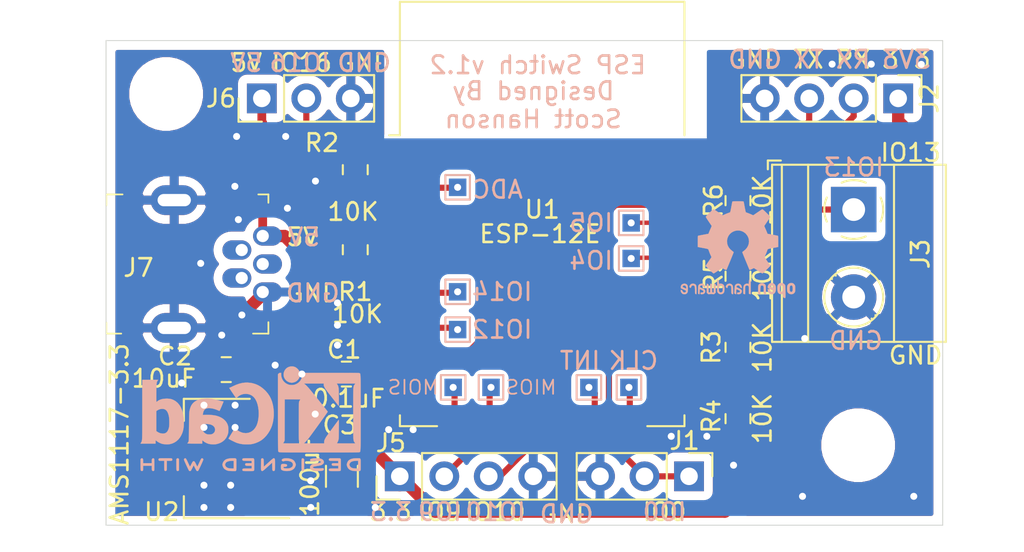
<source format=kicad_pcb>
(kicad_pcb (version 20171130) (host pcbnew "(5.1.5)-3")
  (title_block (title "ESP Switch") (date 2020-06-10) (rev v1.2))
  (layers (0 F.Cu signal) (31 B.Cu signal) (34 B.Paste user) (35 F.Paste user) (36 B.SilkS user) (37 F.SilkS user) (38 B.Mask user) (39 F.Mask user) (44 Edge.Cuts user))
  (net 0 "")
  (net 1 GND)
  (net 2 +3V3)
  (net 3 +5V)
  (net 4 /GPIO13)
  (net 5 /GPIO10)
  (net 6 /ADC)
  (net 7 /EN)
  (net 8 /RST)
  (net 9 /GPIO2)
  (net 10 /GPIO15)
  (net 11 /GPIO0)
  (net 12 "Net-(J7-Pad3)")
  (net 13 "Net-(J7-Pad4)")
  (net 14 "Net-(J7-Pad2)")
  (net 15 /GPIO16)
  (net 16 "Net-(TP2-Pad1)")
  (net 17 "Net-(TP3-Pad1)")
  (net 18 "Net-(TP4-Pad1)")
  (net 19 "Net-(TP5-Pad1)")
  (net 20 "Net-(TP6-Pad1)")
  (net 21 "Net-(TP7-Pad1)")
  (net 22 "Net-(TP8-Pad1)")
  (net 23 "Net-(TP9-Pad1)")
  (net 24 /GPIO9)
  (net 25 TXD)
  (net 26 RXD)
  (module digikey-footprints:USB_Mini_B_Female_548190519 (layer F.Cu) (at 88.1888 90.4875)
    (fp_text reference J7 (at -7.0888 0.2125) (layer F.SilkS))
    (fp_text value 0548190519)
    (pad SH thru_hole oval (at -5.05 3.65) (size 2.7 1.7) (drill oval 1.9 0.7) (layers *.Cu *.Mask) (net 1 GND))
    (pad SH thru_hole oval (at -5.05 -3.65) (size 2.7 1.7) (drill oval 1.9 0.7) (layers *.Cu *.Mask) (net 1 GND))
    (pad 2 thru_hole oval (at -1.2 0.8) (size 1.65 1.1) (drill 0.7 (offset -0.275 0)) (layers *.Cu *.Mask) (net 14 "Net-(J7-Pad2)"))
    (pad 4 thru_hole oval (at -1.2 -0.8) (size 1.65 1.1) (drill 0.7 (offset -0.275 0)) (layers *.Cu *.Mask) (net 13 "Net-(J7-Pad4)"))
    (pad 1 thru_hole oval (at 0 1.6) (size 1.65 1.1) (drill 0.7 (offset 0.275 0)) (layers *.Cu *.Mask) (net 1 GND))
    (pad 5 thru_hole oval (at 0 -1.6) (size 1.65 1.1) (drill 0.7 (offset 0.275 0)) (layers *.Cu *.Mask) (net 3 +5V))
    (pad 3 thru_hole oval (at 0 0) (size 1.65 1.1) (drill 0.7 (offset 0.275 0)) (layers *.Cu *.Mask) (net 12 "Net-(J7-Pad3)"))
  )
  (module Symbol:KiCad-Logo2_5mm_SilkScreen (layer B.Cu) (at 87.503 99.314 180)
    (fp_text reference REF** hide)
    (fp_text value KiCad-Logo2_5mm_SilkScreen hide)
  )
  (module ESP_SwitchPoint:ESP_SwitchPoint_Pad_1.0x1.0mm (layer B.Cu) (at 99.314 92.075)
    (fp_text reference TP9)
    (fp_text value ESP_SwitchPoint hide)
    (pad 1 smd rect (at 0 0) (size 1 1) (layers B.Cu B.Mask) (net 23 "Net-(TP9-Pad1)"))
  )
  (module ESP_SwitchPoint:ESP_SwitchPoint_Pad_1.0x1.0mm (layer B.Cu) (at 99.314 94.234)
    (fp_text reference TP8)
    (fp_text value ESP_SwitchPoint hide)
    (pad 1 smd rect (at 0 0) (size 1 1) (layers B.Cu B.Mask) (net 22 "Net-(TP8-Pad1)"))
  )
  (module ESP_SwitchPoint:ESP_SwitchPoint_Pad_1.0x1.0mm (layer B.Cu) (at 109.22 88.138)
    (fp_text reference TP7)
    (fp_text value ESP_SwitchPoint hide)
    (pad 1 smd rect (at 0 0) (size 1 1) (layers B.Cu B.Mask) (net 21 "Net-(TP7-Pad1)"))
  )
  (module ESP_SwitchPoint:ESP_SwitchPoint_Pad_1.0x1.0mm (layer B.Cu) (at 109.22 90.17)
    (fp_text reference TP6)
    (fp_text value ESP_SwitchPoint hide)
    (pad 1 smd rect (at 0 0) (size 1 1) (layers B.Cu B.Mask) (net 20 "Net-(TP6-Pad1)"))
  )
  (module ESP_SwitchPoint:ESP_SwitchPoint_Pad_1.0x1.0mm (layer B.Cu) (at 109.093 97.536)
    (fp_text reference TP5)
    (fp_text value ESP_SwitchPoint hide)
    (pad 1 smd rect (at 0 0) (size 1 1) (layers B.Cu B.Mask) (net 19 "Net-(TP5-Pad1)"))
  )
  (module ESP_SwitchPoint:ESP_SwitchPoint_Pad_1.0x1.0mm (layer B.Cu) (at 106.807 97.536)
    (fp_text reference TP4)
    (fp_text value ESP_SwitchPoint hide)
    (pad 1 smd rect (at 0 0) (size 1 1) (layers B.Cu B.Mask) (net 18 "Net-(TP4-Pad1)"))
  )
  (module ESP_SwitchPoint:ESP_SwitchPoint_Pad_1.0x1.0mm (layer B.Cu) (at 101.219 97.536)
    (fp_text reference TP3)
    (fp_text value ESP_SwitchPoint hide)
    (pad 1 smd rect (at 0 0) (size 1 1) (layers B.Cu B.Mask) (net 17 "Net-(TP3-Pad1)"))
  )
  (module ESP_SwitchPoint:ESP_SwitchPoint_Pad_1.0x1.0mm (layer B.Cu) (at 99.06 97.536)
    (fp_text reference TP2)
    (fp_text value ESP_SwitchPoint hide)
    (pad 1 smd rect (at 0 0) (size 1 1) (layers B.Cu B.Mask) (net 16 "Net-(TP2-Pad1)"))
  )
  (module ESP_SwitchPoint:ESP_SwitchPoint_Pad_1.0x1.0mm (layer B.Cu) (at 99.314 86.106)
    (fp_text reference TP1)
    (fp_text value ESP_SwitchPoint hide)
    (pad 1 smd rect (at 0 0) (size 1 1) (layers B.Cu B.Mask) (net 6 /ADC))
  )
  (module Connector_PinHeader_2.54mm:PinHeader_1x03_P2.54mm_Vertical (layer F.Cu) (at 88.138 81.026 90)
    (fp_text reference J6 (at 0 -2.33 180) (layer F.SilkS))
    (fp_text value EXP2)
    (pad 3 thru_hole oval (at 0 5.08 90) (size 1.7 1.7) (drill 1) (layers *.Cu *.Mask) (net 1 GND))
    (pad 2 thru_hole oval (at 0 2.54 90) (size 1.7 1.7) (drill 1) (layers *.Cu *.Mask) (net 15 /GPIO16))
    (pad 1 thru_hole rect (at 0 0 90) (size 1.7 1.7) (drill 1) (layers *.Cu *.Mask) (net 3 +5V))
  )
  (module MountingHole:MountingHole_3.2mm_M3 (layer F.Cu) (at 122.174 100.838)
    (fp_text reference REF**)
    (fp_text value MountingHole_3.2mm_M3)
    (pad 1 np_thru_hole circle (at 0 0) (size 3.2 3.2) (drill 3.2) (layers *.Cu *.Mask))
  )
  (module Capacitor_SMD:C_1206_3216Metric_Pad1.42x1.75mm_HandSolder (layer F.Cu) (at 92.71 102.616 270)
    (fp_text reference C3 (at -2.921 0.127) (layer F.SilkS))
    (fp_text value 100uF (at 0 1.82 90) (layer F.SilkS))
    (pad 2 smd roundrect (at 1.4875 0 270) (size 1.425 1.75) (layers F.Cu F.Paste F.Mask) (roundrect_rratio 0.175439) (net 1 GND))
    (pad 1 smd roundrect (at -1.4875 0 270) (size 1.425 1.75) (layers F.Cu F.Paste F.Mask) (roundrect_rratio 0.175439) (net 2 +3V3))
  )
  (module Symbol:OSHW-Logo2_7.3x6mm_SilkScreen (layer B.Cu) (at 115.316 89.662 180)
    (fp_text reference REF** hide)
    (fp_text value OSHW-Logo2_7.3x6mm_SilkScreen hide)
  )
  (module MountingHole:MountingHole_3.2mm_M3 (layer F.Cu) (at 82.677 80.772)
    (fp_text reference REF**)
    (fp_text value MountingHole_3.2mm_M3)
    (pad 1 np_thru_hole circle (at 0 0) (size 3.2 3.2) (drill 3.2) (layers *.Cu *.Mask))
  )
  (module Connector_PinHeader_2.54mm:PinHeader_1x04_P2.54mm_Vertical (layer F.Cu) (at 96.012 102.616 90)
    (fp_text reference J5 (at 1.905 -0.508) (layer F.SilkS))
    (fp_text value Expansion)
    (pad 1 thru_hole rect (at 0 0 90) (size 1.7 1.7) (drill 1) (layers *.Cu *.Mask) (net 2 +3V3))
    (pad 2 thru_hole oval (at 0 2.54 90) (size 1.7 1.7) (drill 1) (layers *.Cu *.Mask) (net 24 /GPIO9))
    (pad 3 thru_hole oval (at 0 5.08 90) (size 1.7 1.7) (drill 1) (layers *.Cu *.Mask) (net 5 /GPIO10))
    (pad 4 thru_hole oval (at 0 7.62 90) (size 1.7 1.7) (drill 1) (layers *.Cu *.Mask) (net 1 GND))
  )
  (module Package_TO_SOT_SMD:SOT-223-3_TabPin2 (layer F.Cu) (at 85.598 101.6 180)
    (fp_text reference U2 (at 3.175 -3.048) (layer F.SilkS))
    (fp_text value AMS1117-3.3 (at 5.588 1.397 90) (layer F.SilkS))
    (pad 1 smd rect (at -3.15 -2.3 180) (size 2 1.5) (layers F.Cu F.Paste F.Mask) (net 1 GND))
    (pad 3 smd rect (at -3.15 2.3 180) (size 2 1.5) (layers F.Cu F.Paste F.Mask) (net 3 +5V))
    (pad 2 smd rect (at -3.15 0 180) (size 2 1.5) (layers F.Cu F.Paste F.Mask) (net 2 +3V3))
    (pad 2 smd rect (at 3.15 0 180) (size 2 3.8) (layers F.Cu F.Paste F.Mask) (net 2 +3V3))
  )
  (module RF_Module:ESP-12E (layer F.Cu) (at 104.14 87.63)
    (fp_text reference U1 (at 0 -0.254) (layer F.SilkS))
    (fp_text value ESP-12E (at -0.127 1.143) (layer F.SilkS))
    (pad 1 smd rect (at -7.6 -3.5) (size 2.5 1) (layers F.Cu F.Paste F.Mask) (net 8 /RST))
    (pad 2 smd rect (at -7.6 -1.5) (size 2.5 1) (layers F.Cu F.Paste F.Mask) (net 6 /ADC))
    (pad 3 smd rect (at -7.6 0.5) (size 2.5 1) (layers F.Cu F.Paste F.Mask) (net 7 /EN))
    (pad 4 smd rect (at -7.6 2.5) (size 2.5 1) (layers F.Cu F.Paste F.Mask) (net 15 /GPIO16))
    (pad 5 smd rect (at -7.6 4.5) (size 2.5 1) (layers F.Cu F.Paste F.Mask) (net 23 "Net-(TP9-Pad1)"))
    (pad 6 smd rect (at -7.6 6.5) (size 2.5 1) (layers F.Cu F.Paste F.Mask) (net 22 "Net-(TP8-Pad1)"))
    (pad 7 smd rect (at -7.6 8.5) (size 2.5 1) (layers F.Cu F.Paste F.Mask) (net 4 /GPIO13))
    (pad 8 smd rect (at -7.6 10.5) (size 2.5 1) (layers F.Cu F.Paste F.Mask) (net 2 +3V3))
    (pad 9 smd rect (at -5 12) (size 1 1.8) (layers F.Cu F.Paste F.Mask) (net 16 "Net-(TP2-Pad1)"))
    (pad 10 smd rect (at -3 12) (size 1 1.8) (layers F.Cu F.Paste F.Mask) (net 17 "Net-(TP3-Pad1)"))
    (pad 11 smd rect (at -1 12) (size 1 1.8) (layers F.Cu F.Paste F.Mask) (net 24 /GPIO9))
    (pad 12 smd rect (at 1 12) (size 1 1.8) (layers F.Cu F.Paste F.Mask) (net 5 /GPIO10))
    (pad 13 smd rect (at 3 12) (size 1 1.8) (layers F.Cu F.Paste F.Mask) (net 18 "Net-(TP4-Pad1)"))
    (pad 14 smd rect (at 5 12) (size 1 1.8) (layers F.Cu F.Paste F.Mask) (net 19 "Net-(TP5-Pad1)"))
    (pad 15 smd rect (at 7.6 10.5) (size 2.5 1) (layers F.Cu F.Paste F.Mask) (net 1 GND))
    (pad 16 smd rect (at 7.6 8.5) (size 2.5 1) (layers F.Cu F.Paste F.Mask) (net 10 /GPIO15))
    (pad 17 smd rect (at 7.6 6.5) (size 2.5 1) (layers F.Cu F.Paste F.Mask) (net 9 /GPIO2))
    (pad 18 smd rect (at 7.6 4.5) (size 2.5 1) (layers F.Cu F.Paste F.Mask) (net 11 /GPIO0))
    (pad 19 smd rect (at 7.6 2.5) (size 2.5 1) (layers F.Cu F.Paste F.Mask) (net 20 "Net-(TP6-Pad1)"))
    (pad 20 smd rect (at 7.6 0.5) (size 2.5 1) (layers F.Cu F.Paste F.Mask) (net 21 "Net-(TP7-Pad1)"))
    (pad 21 smd rect (at 7.6 -1.5) (size 2.5 1) (layers F.Cu F.Paste F.Mask) (net 26 RXD))
    (pad 22 smd rect (at 7.6 -3.5) (size 2.5 1) (layers F.Cu F.Paste F.Mask) (net 25 TXD))
  )
  (module Resistor_SMD:R_0805_2012Metric_Pad1.15x1.40mm_HandSolder (layer F.Cu) (at 115.316 86.868 90)
    (fp_text reference R6 (at 0 -1.397 90) (layer F.SilkS))
    (fp_text value 10K (at 0.0254 1.397 90) (layer F.SilkS))
    (pad 2 smd roundrect (at 1.025 0 90) (size 1.15 1.4) (layers F.Cu F.Paste F.Mask) (roundrect_rratio 0.217391) (net 4 /GPIO13))
    (pad 1 smd roundrect (at -1.025 0 90) (size 1.15 1.4) (layers F.Cu F.Paste F.Mask) (roundrect_rratio 0.217391) (net 2 +3V3))
  )
  (module Resistor_SMD:R_0805_2012Metric_Pad1.15x1.40mm_HandSolder (layer F.Cu) (at 115.316 91.186 270)
    (fp_text reference R5 (at -0.127 1.397 90) (layer F.SilkS))
    (fp_text value 10K (at -0.0127 -1.4097 90) (layer F.SilkS))
    (pad 2 smd roundrect (at 1.025 0 270) (size 1.15 1.4) (layers F.Cu F.Paste F.Mask) (roundrect_rratio 0.217391) (net 11 /GPIO0))
    (pad 1 smd roundrect (at -1.025 0 270) (size 1.15 1.4) (layers F.Cu F.Paste F.Mask) (roundrect_rratio 0.217391) (net 2 +3V3))
  )
  (module Resistor_SMD:R_0805_2012Metric_Pad1.15x1.40mm_HandSolder (layer F.Cu) (at 115.316 99.323 270)
    (fp_text reference R4 (at -0.136 1.524 90) (layer F.SilkS))
    (fp_text value 10K (at -0.009 -1.397 90) (layer F.SilkS))
    (pad 2 smd roundrect (at 1.025 0 270) (size 1.15 1.4) (layers F.Cu F.Paste F.Mask) (roundrect_rratio 0.217391) (net 1 GND))
    (pad 1 smd roundrect (at -1.025 0 270) (size 1.15 1.4) (layers F.Cu F.Paste F.Mask) (roundrect_rratio 0.217391) (net 10 /GPIO15))
  )
  (module Resistor_SMD:R_0805_2012Metric_Pad1.15x1.40mm_HandSolder (layer F.Cu) (at 115.316 95.25 90)
    (fp_text reference R3 (at 0 -1.524 90) (layer F.SilkS))
    (fp_text value 10K (at 0 1.397 90) (layer F.SilkS))
    (pad 2 smd roundrect (at 1.025 0 90) (size 1.15 1.4) (layers F.Cu F.Paste F.Mask) (roundrect_rratio 0.217391) (net 9 /GPIO2))
    (pad 1 smd roundrect (at -1.025 0 90) (size 1.15 1.4) (layers F.Cu F.Paste F.Mask) (roundrect_rratio 0.217391) (net 2 +3V3))
  )
  (module Resistor_SMD:R_0805_2012Metric_Pad1.15x1.40mm_HandSolder (layer F.Cu) (at 93.472 85.099 90)
    (fp_text reference R2 (at 1.533 -1.905 180) (layer F.SilkS))
    (fp_text value 10K (at -2.404 -0.127 180) (layer F.SilkS))
    (pad 2 smd roundrect (at 1.025 0 90) (size 1.15 1.4) (layers F.Cu F.Paste F.Mask) (roundrect_rratio 0.217391) (net 8 /RST))
    (pad 1 smd roundrect (at -1.025 0 90) (size 1.15 1.4) (layers F.Cu F.Paste F.Mask) (roundrect_rratio 0.217391) (net 2 +3V3))
  )
  (module Resistor_SMD:R_0805_2012Metric_Pad1.15x1.40mm_HandSolder (layer F.Cu) (at 93.472 89.671 90)
    (fp_text reference R1 (at -2.404 0 180) (layer F.SilkS))
    (fp_text value 10K (at -3.674 0.127 180) (layer F.SilkS))
    (pad 2 smd roundrect (at 1.025 0 90) (size 1.15 1.4) (layers F.Cu F.Paste F.Mask) (roundrect_rratio 0.217391) (net 7 /EN))
    (pad 1 smd roundrect (at -1.025 0 90) (size 1.15 1.4) (layers F.Cu F.Paste F.Mask) (roundrect_rratio 0.217391) (net 2 +3V3))
  )
  (module TerminalBlock_Phoenix:TerminalBlock_Phoenix_MKDS-1,5-2_1x02_P5.00mm_Horizontal (layer F.Cu) (at 121.92 87.376 270)
    (fp_text reference J3 (at 2.54 -3.81 90) (layer F.SilkS))
    (fp_text value IO)
    (pad 2 thru_hole circle (at 5 0 270) (size 2.6 2.6) (drill 1.3) (layers *.Cu *.Mask) (net 1 GND))
    (pad 1 thru_hole rect (at 0 0 270) (size 2.6 2.6) (drill 1.3) (layers *.Cu *.Mask) (net 4 /GPIO13))
  )
  (module Connector_PinHeader_2.54mm:PinHeader_1x04_P2.54mm_Vertical (layer F.Cu) (at 124.46 81.026 270)
    (fp_text reference J2 (at 0 -1.778 90) (layer F.SilkS))
    (fp_text value PRGM)
    (pad 4 thru_hole oval (at 0 7.62 270) (size 1.7 1.7) (drill 1) (layers *.Cu *.Mask) (net 1 GND))
    (pad 3 thru_hole oval (at 0 5.08 270) (size 1.7 1.7) (drill 1) (layers *.Cu *.Mask) (net 25 TXD))
    (pad 2 thru_hole oval (at 0 2.54 270) (size 1.7 1.7) (drill 1) (layers *.Cu *.Mask) (net 26 RXD))
    (pad 1 thru_hole rect (at 0 0 270) (size 1.7 1.7) (drill 1) (layers *.Cu *.Mask) (net 2 +3V3))
  )
  (module Connector_PinHeader_2.54mm:PinHeader_1x03_P2.54mm_Vertical (layer F.Cu) (at 112.522 102.616 270)
    (fp_text reference J1 (at -2.032 0.254 180) (layer F.SilkS))
    (fp_text value Boot)
    (pad 3 thru_hole oval (at 0 5.08 270) (size 1.7 1.7) (drill 1) (layers *.Cu *.Mask) (net 1 GND))
    (pad 2 thru_hole oval (at 0 2.54 270) (size 1.7 1.7) (drill 1) (layers *.Cu *.Mask) (net 11 /GPIO0))
    (pad 1 thru_hole rect (at 0 0 270) (size 1.7 1.7) (drill 1) (layers *.Cu *.Mask) (net 11 /GPIO0))
  )
  (module Capacitor_SMD:C_0805_2012Metric_Pad1.15x1.40mm_HandSolder (layer F.Cu) (at 86.106 96.52 180)
    (fp_text reference C2 (at 2.921 0.762) (layer F.SilkS))
    (fp_text value 10uF (at 3.556 -0.508) (layer F.SilkS))
    (pad 2 smd roundrect (at 1.025 0 180) (size 1.15 1.4) (layers F.Cu F.Paste F.Mask) (roundrect_rratio 0.217391) (net 1 GND))
    (pad 1 smd roundrect (at -1.025 0 180) (size 1.15 1.4) (layers F.Cu F.Paste F.Mask) (roundrect_rratio 0.217391) (net 3 +5V))
  )
  (module Capacitor_SMD:C_0805_2012Metric_Pad1.15x1.40mm_HandSolder (layer F.Cu) (at 92.964 96.774 180)
    (fp_text reference C1 (at 0.127 1.397) (layer F.SilkS))
    (fp_text value 0.1uF (at -0.127 -1.397) (layer F.SilkS))
    (pad 2 smd roundrect (at 1.025 0 180) (size 1.15 1.4) (layers F.Cu F.Paste F.Mask) (roundrect_rratio 0.217391) (net 1 GND))
    (pad 1 smd roundrect (at -1.025 0 180) (size 1.15 1.4) (layers F.Cu F.Paste F.Mask) (roundrect_rratio 0.217391) (net 2 +3V3))
  )
  (gr_text GND (at 91.05 92.15) (layer F.SilkS) (effects (font (size 1 1))))
  (gr_text 5V (at 90.45 88.95) (layer F.SilkS) (effects (font (size 1 1))))
  (gr_text MIOS (at 103.505 97.536) (layer B.SilkS) (effects (font (size 0.8 0.8) (thickness 0.1)) (justify mirror)))
  (gr_text MOIS (at 96.774 97.536) (layer B.SilkS) (effects (font (size 0.8 0.8) (thickness 0.1)) (justify mirror)))
  (gr_text INT (at 106.299 96.012) (layer B.SilkS) (effects (font (size 1 1)) (justify mirror)))
  (gr_text CLK (at 109.347 96.012) (layer B.SilkS) (effects (font (size 1 1)) (justify mirror)))
  (gr_text IO4 (at 106.934 90.297) (layer B.SilkS) (effects (font (size 1 1)) (justify mirror)))
  (gr_text IO5 (at 106.934 88.138) (layer B.SilkS) (effects (font (size 1 1)) (justify mirror)))
  (gr_text IO12 (at 101.854 94.234) (layer B.SilkS) (effects (font (size 1 1)) (justify mirror)))
  (gr_text IO14 (at 101.854 92.075) (layer B.SilkS) (effects (font (size 1 1)) (justify mirror)))
  (gr_text ADC (at 101.6 86.233) (layer B.SilkS) (effects (font (size 1 1)) (justify mirror)))
  (gr_text IO16 (at 90.424 78.994) (layer F.SilkS) (effects (font (size 1 1))))
  (gr_text IO16 (at 90.297 78.994) (layer B.SilkS) (effects (font (size 1 1)) (justify mirror)))
  (gr_text 5V (at 87.249 78.994) (layer B.SilkS) (effects (font (size 1 1)) (justify mirror)))
  (gr_text GND (at 93.98 78.994) (layer B.SilkS) (effects (font (size 1 1)) (justify mirror)))
  (gr_text 5V (at 87.249 78.994) (layer F.SilkS) (effects (font (size 1 1))))
  (gr_text GND (at 93.98 78.994) (layer F.SilkS) (effects (font (size 1 1))))
  (gr_text GND (at 105.537 104.775) (layer B.SilkS) (effects (font (size 1 1)) (justify mirror)))
  (gr_text IO10 (at 101.473 104.648) (layer B.SilkS) (effects (font (size 1 1)) (justify mirror)))
  (gr_text 3.3 (at 95.504 104.648) (layer B.SilkS) (effects (font (size 1 1)) (justify mirror)))
  (gr_text IO9 (at 98.298 104.648) (layer B.SilkS) (effects (font (size 1 1)) (justify mirror)))
  (gr_text IO0 (at 111.125 104.648) (layer B.SilkS) (effects (font (size 1 1)) (justify mirror)))
  (gr_text 3V3 (at 124.9299 78.8035) (layer B.SilkS) (effects (font (size 1 1)) (justify mirror)))
  (gr_text GND (at 116.2939 78.8035) (layer B.SilkS) (effects (font (size 1 1)) (justify mirror)))
  (gr_text RX (at 121.8819 78.8035) (layer B.SilkS) (effects (font (size 1 1)) (justify mirror)))
  (gr_text TX (at 119.3419 78.8035) (layer B.SilkS) (effects (font (size 1 1)) (justify mirror)))
  (gr_text GND (at 122.047 94.869) (layer B.SilkS) (effects (font (size 1 1)) (justify mirror)))
  (gr_text IO13 (at 121.92 84.963) (layer B.SilkS) (effects (font (size 1 1)) (justify mirror)))
  (gr_text 5V (at 90.55 88.95) (layer B.SilkS) (effects (font (size 1 1)) (justify mirror)))
  (gr_text GND (at 91.05 92.15) (layer B.SilkS) (effects (font (size 1 1)) (justify mirror)))
  (gr_text "ESP Switch v1.2" (at 103.886 79.121) (layer B.SilkS) (effects (font (size 1 1)) (justify mirror)))
  (gr_text "Designed By\nScott Hanson" (at 103.632 81.407) (layer B.SilkS) (effects (font (size 1 1)) (justify mirror)))
  (gr_text IO10 (at 101.473 104.648) (layer F.SilkS) (effects (font (size 1 1))))
  (gr_text 3.3 (at 95.504 104.648) (layer F.SilkS) (effects (font (size 1 1))))
  (gr_text IO9 (at 98.298 104.648) (layer F.SilkS) (effects (font (size 1 1))))
  (gr_text IO0 (at 111.125 104.648) (layer F.SilkS) (effects (font (size 1 1))))
  (gr_text GND (at 105.537 104.775) (layer F.SilkS) (effects (font (size 1 1))))
  (gr_text 3V3 (at 124.9299 78.8035) (layer F.SilkS) (effects (font (size 1 1))))
  (gr_text RX (at 121.8819 78.8035) (layer F.SilkS) (effects (font (size 1 1))))
  (gr_text TX (at 119.3419 78.8035) (layer F.SilkS) (effects (font (size 1 1))))
  (gr_text GND (at 116.2939 78.8035) (layer F.SilkS) (effects (font (size 1 1))))
  (gr_text IO13 (at 125.1712 84.1248) (layer F.SilkS) (effects (font (size 1 1))))
  (gr_text GND (at 125.4506 95.7072) (layer F.SilkS) (effects (font (size 1 1))))
  (gr_line (start 127 77.724) (end 79.248 77.724) (layer Edge.Cuts) (width 0.05))
  (gr_line (start 127 105.41) (end 127 77.724) (layer Edge.Cuts) (width 0.05))
  (gr_line (start 79.248 105.41) (end 127 105.41) (layer Edge.Cuts) (width 0.05))
  (gr_line (start 79.248 77.724) (end 79.248 105.41) (layer Edge.Cuts) (width 0.05))
  (via (at 113.538 100.33) (size 0.8) (drill 0.4) (layers F.Cu B.Cu) (net 1))
  (via (at 115.062 101.981) (size 0.8) (drill 0.4) (layers F.Cu B.Cu) (net 1))
  (via (at 122.9233 79.0702) (size 0.8) (drill 0.4) (layers F.Cu B.Cu) (net 1))
  (via (at 120.6881 79.0702) (size 0.8) (drill 0.4) (layers F.Cu B.Cu) (net 1))
  (via (at 96.774 99.949) (size 0.8) (drill 0.4) (layers F.Cu B.Cu) (net 1))
  (via (at 111.506 100.33) (size 0.8) (drill 0.4) (layers F.Cu B.Cu) (net 1))
  (via (at 119.126 94.742) (size 0.8) (drill 0.4) (layers F.Cu B.Cu) (net 1))
  (via (at 84.836 104.394) (size 0.8) (drill 0.4) (layers F.Cu B.Cu) (net 1))
  (via (at 86.36 104.394) (size 0.8) (drill 0.4) (layers F.Cu B.Cu) (net 1))
  (via (at 90.932 102.87) (size 0.8) (drill 0.4) (layers F.Cu B.Cu) (net 1))
  (via (at 90.932 104.394) (size 0.8) (drill 0.4) (layers F.Cu B.Cu) (net 1))
  (via (at 90.424 96.774) (size 0.8) (drill 0.4) (layers F.Cu B.Cu) (net 1))
  (via (at 92.456 92.71) (size 0.8) (drill 0.4) (layers F.Cu B.Cu) (net 1))
  (via (at 92.456 93.98) (size 0.8) (drill 0.4) (layers F.Cu B.Cu) (net 1))
  (via (at 92.456 95.123) (size 0.8) (drill 0.4) (layers F.Cu B.Cu) (net 1))
  (via (at 125.7808 79.0829) (size 0.8) (drill 0.4) (layers F.Cu B.Cu) (net 1))
  (via (at 83.566 97.282) (size 0.8) (drill 0.4) (layers F.Cu B.Cu) (net 1))
  (via (at 86.36 103.124) (size 0.8) (drill 0.4) (layers F.Cu B.Cu) (net 1))
  (via (at 95.377 99.949) (size 0.8) (drill 0.4) (layers F.Cu B.Cu) (net 1))
  (via (at 88.9 96.266) (size 0.8) (drill 0.4) (layers F.Cu B.Cu) (net 1))
  (via (at 91.186 99.06) (size 0.8) (drill 0.4) (layers F.Cu B.Cu) (net 1))
  (via (at 84.836 103.124) (size 0.8) (drill 0.4) (layers F.Cu B.Cu) (net 1))
  (via (at 86.614 99.822) (size 0.8) (drill 0.4) (layers F.Cu B.Cu) (net 1))
  (via (at 84.836 99.822) (size 0.8) (drill 0.4) (layers F.Cu B.Cu) (net 1))
  (via (at 84.836 98.552) (size 0.8) (drill 0.4) (layers F.Cu B.Cu) (net 1))
  (via (at 86.614 98.552) (size 0.8) (drill 0.4) (layers F.Cu B.Cu) (net 1))
  (via (at 94.615 104.394) (size 0.8) (drill 0.4) (layers F.Cu B.Cu) (net 1))
  (via (at 118.999 103.759) (size 0.8) (drill 0.4) (layers F.Cu B.Cu) (net 1))
  (via (at 125.349 103.759) (size 0.8) (drill 0.4) (layers F.Cu B.Cu) (net 1))
  (via (at 86.6 86.05) (size 0.8) (drill 0.4) (layers F.Cu B.Cu) (net 1))
  (via (at 86.7 83.2) (size 0.8) (drill 0.4) (layers F.Cu B.Cu) (net 1))
  (via (at 89.5 83.2) (size 0.8) (drill 0.4) (layers F.Cu B.Cu) (net 1))
  (via (at 91.2 85.75) (size 0.8) (drill 0.4) (layers F.Cu B.Cu) (net 1))
  (via (at 89.6 87.3) (size 0.8) (drill 0.4) (layers F.Cu B.Cu) (net 1))
  (via (at 87 93.4) (size 0.8) (drill 0.4) (layers F.Cu B.Cu) (net 1))
  (via (at 86.8 87.95) (size 0.8) (drill 0.4) (layers F.Cu B.Cu) (net 1))
  (segment (start 88.1888 92.2112) (end 87 93.4) (width 0.7) (layer F.Cu) (net 1))
  (segment (start 88.1888 92.0875) (end 88.1888 92.2112) (width 0.7) (layer F.Cu) (net 1))
  (via (at 84.65 90.45) (size 0.8) (drill 0.4) (layers F.Cu B.Cu) (net 1))
  (via (at 85.85 94.55) (size 0.8) (drill 0.4) (layers F.Cu B.Cu) (net 1))
  (segment (start 115.325 96.266) (end 115.316 96.275) (width 0.7) (layer F.Cu) (net 2))
  (segment (start 117.085 90.161) (end 115.316 90.161) (width 0.7) (layer F.Cu) (net 2))
  (segment (start 117.094 96.266) (end 117.094 90.17) (width 0.7) (layer F.Cu) (net 2))
  (segment (start 117.094 90.17) (end 117.085 90.161) (width 0.7) (layer F.Cu) (net 2))
  (segment (start 82.956 102.5) (end 82.956 101.6) (width 0.7) (layer F.Cu) (net 2))
  (segment (start 92.2385 101.6) (end 92.71 101.1285) (width 0.7) (layer F.Cu) (net 2))
  (segment (start 88.748 101.6) (end 92.2385 101.6) (width 0.7) (layer F.Cu) (net 2))
  (segment (start 95.79 98.13) (end 95.622 98.298) (width 0.7) (layer F.Cu) (net 2))
  (segment (start 96.54 98.13) (end 95.79 98.13) (width 0.7) (layer F.Cu) (net 2))
  (segment (start 95.622 98.298) (end 93.98 98.298) (width 0.7) (layer F.Cu) (net 2))
  (segment (start 88.748 101.6) (end 82.448 101.6) (width 0.7) (layer F.Cu) (net 2))
  (segment (start 117.085 96.275) (end 117.094 96.266) (width 0.7) (layer F.Cu) (net 2))
  (segment (start 115.316 96.275) (end 117.085 96.275) (width 0.7) (layer F.Cu) (net 2))
  (segment (start 96.012 103.124) (end 96.012 102.87) (width 0.7) (layer F.Cu) (net 2))
  (segment (start 98.03099 104.63499) (end 96.012 102.616) (width 0.7) (layer F.Cu) (net 2))
  (segment (start 114.56701 104.63499) (end 98.03099 104.63499) (width 0.7) (layer F.Cu) (net 2))
  (segment (start 117.094 96.266) (end 117.094 102.108) (width 0.7) (layer F.Cu) (net 2))
  (segment (start 117.094 102.108) (end 114.56701 104.63499) (width 0.7) (layer F.Cu) (net 2))
  (segment (start 94.5245 101.1285) (end 92.71 101.1285) (width 0.7) (layer F.Cu) (net 2))
  (segment (start 96.012 102.616) (end 94.5245 101.1285) (width 0.7) (layer F.Cu) (net 2))
  (segment (start 115.316 90.161) (end 115.316 87.893) (width 0.7) (layer F.Cu) (net 2))
  (segment (start 92.02199 90.04599) (end 92.672 90.696) (width 0.7) (layer F.Cu) (net 2))
  (segment (start 92.02199 87.17501) (end 92.02199 90.04599) (width 0.7) (layer F.Cu) (net 2))
  (segment (start 92.672 90.696) (end 93.472 90.696) (width 0.7) (layer F.Cu) (net 2))
  (segment (start 93.472 86.124) (end 93.073 86.124) (width 0.7) (layer F.Cu) (net 2))
  (segment (start 93.073 86.124) (end 92.02199 87.17501) (width 0.7) (layer F.Cu) (net 2))
  (segment (start 92.71 99.314) (end 92.71 101.1285) (width 0.7) (layer F.Cu) (net 2))
  (segment (start 93.98 98.298) (end 93.726 98.298) (width 0.7) (layer F.Cu) (net 2))
  (segment (start 93.726 98.298) (end 92.71 99.314) (width 0.7) (layer F.Cu) (net 2))
  (segment (start 124.46 82.3214) (end 124.46 81.026) (width 0.7) (layer F.Cu) (net 2))
  (segment (start 117.348 89.916) (end 123.571 89.916) (width 0.7) (layer F.Cu) (net 2))
  (segment (start 117.094 90.17) (end 117.348 89.916) (width 0.7) (layer F.Cu) (net 2))
  (segment (start 124.841 82.7024) (end 124.46 82.3214) (width 0.7) (layer F.Cu) (net 2))
  (segment (start 123.571 89.916) (end 124.841 88.646) (width 0.7) (layer F.Cu) (net 2))
  (segment (start 124.841 88.646) (end 124.841 82.7024) (width 0.7) (layer F.Cu) (net 2))
  (segment (start 93.98 91.204) (end 93.98 98.298) (width 0.7) (layer F.Cu) (net 2))
  (segment (start 93.472 90.696) (end 93.98 91.204) (width 0.7) (layer F.Cu) (net 2))
  (segment (start 87.131 97.175) (end 89.256 99.3) (width 0.7) (layer F.Cu) (net 3))
  (segment (start 87.131 96.52) (end 87.131 97.175) (width 0.7) (layer F.Cu) (net 3))
  (segment (start 88.138 82.376) (end 88.138 81.026) (width 0.5) (layer F.Cu) (net 3))
  (segment (start 88.1888 88.8875) (end 88.1888 82.4268) (width 0.5) (layer F.Cu) (net 3))
  (segment (start 88.1888 82.4268) (end 88.138 82.376) (width 0.5) (layer F.Cu) (net 3))
  (segment (start 87.131 95.819) (end 87.131 96.52) (width 0.7) (layer F.Cu) (net 3))
  (segment (start 90.25 92.7) (end 87.131 95.819) (width 0.7) (layer F.Cu) (net 3))
  (segment (start 90.25 89.7) (end 90.25 92.7) (width 0.7) (layer F.Cu) (net 3))
  (segment (start 88.1888 88.8875) (end 89.4375 88.8875) (width 0.7) (layer F.Cu) (net 3))
  (segment (start 89.4375 88.8875) (end 90.25 89.7) (width 0.7) (layer F.Cu) (net 3))
  (segment (start 119.479004 87.376) (end 121.92 87.376) (width 0.35) (layer F.Cu) (net 4))
  (segment (start 117.701004 85.598) (end 119.479004 87.376) (width 0.35) (layer F.Cu) (net 4))
  (segment (start 115.325 85.598) (end 117.701004 85.598) (width 0.35) (layer F.Cu) (net 4))
  (segment (start 115.316 85.589) (end 115.325 85.598) (width 0.35) (layer F.Cu) (net 4))
  (segment (start 99.3103 96.13) (end 108.331 87.1093) (width 0.35) (layer F.Cu) (net 4))
  (segment (start 96.54 96.13) (end 99.3103 96.13) (width 0.35) (layer F.Cu) (net 4))
  (segment (start 108.331 87.1093) (end 113.5507 87.1093) (width 0.35) (layer F.Cu) (net 4))
  (segment (start 113.5507 87.1093) (end 115.071 85.589) (width 0.35) (layer F.Cu) (net 4))
  (segment (start 115.071 85.589) (end 115.316 85.589) (width 0.35) (layer F.Cu) (net 4))
  (segment (start 101.092 102.362) (end 101.092 102.87) (width 0.25) (layer F.Cu) (net 5))
  (segment (start 105.14 99.63) (end 105.14 100.03) (width 0.25) (layer F.Cu) (net 5))
  (segment (start 103.251 101.092) (end 101.727 102.616) (width 0.35) (layer F.Cu) (net 5))
  (segment (start 105.14 99.63) (end 105.14 100.092) (width 0.25) (layer F.Cu) (net 5))
  (segment (start 101.727 102.616) (end 101.092 102.616) (width 0.25) (layer F.Cu) (net 5))
  (segment (start 104.14 101.092) (end 103.251 101.092) (width 0.35) (layer F.Cu) (net 5))
  (segment (start 105.14 100.092) (end 104.14 101.092) (width 0.35) (layer F.Cu) (net 5))
  (segment (start 96.54 86.13) (end 97.29 86.13) (width 0.25) (layer F.Cu) (net 6))
  (via (at 99.314 86.106) (size 0.8) (drill 0.4) (layers F.Cu B.Cu) (net 6))
  (segment (start 96.54 86.13) (end 99.29 86.13) (width 0.35) (layer F.Cu) (net 6))
  (segment (start 99.29 86.13) (end 99.314 86.106) (width 0.25) (layer F.Cu) (net 6))
  (segment (start 93.7514 88.3666) (end 93.472 88.646) (width 0.35) (layer F.Cu) (net 7))
  (segment (start 96.54 88.13) (end 96.3034 88.3666) (width 0.35) (layer F.Cu) (net 7))
  (segment (start 96.3034 88.3666) (end 93.7514 88.3666) (width 0.35) (layer F.Cu) (net 7))
  (segment (start 96.475 84.065) (end 96.54 84.13) (width 0.25) (layer F.Cu) (net 8))
  (segment (start 93.528 84.13) (end 93.472 84.074) (width 0.25) (layer F.Cu) (net 8))
  (segment (start 96.54 84.13) (end 93.528 84.13) (width 0.35) (layer F.Cu) (net 8))
  (segment (start 111.835 94.225) (end 111.74 94.13) (width 0.25) (layer F.Cu) (net 9))
  (segment (start 115.316 94.225) (end 111.835 94.225) (width 0.35) (layer F.Cu) (net 9))
  (segment (start 112.49 96.13) (end 111.74 96.13) (width 0.35) (layer F.Cu) (net 10))
  (segment (start 115.316 98.298) (end 114.658 98.298) (width 0.35) (layer F.Cu) (net 10))
  (segment (start 114.658 98.298) (end 112.49 96.13) (width 0.35) (layer F.Cu) (net 10))
  (segment (start 111.74 92.13) (end 110.99 92.13) (width 0.25) (layer F.Cu) (net 11))
  (segment (start 111.821 92.211) (end 111.74 92.13) (width 0.25) (layer F.Cu) (net 11))
  (segment (start 115.316 92.211) (end 111.821 92.211) (width 0.35) (layer F.Cu) (net 11))
  (segment (start 112.522 102.616) (end 109.982 102.616) (width 0.35) (layer F.Cu) (net 11))
  (segment (start 108.1 100.734) (end 108.1 98.514998) (width 0.35) (layer F.Cu) (net 11))
  (segment (start 107.95 94.42) (end 110.24 92.13) (width 0.35) (layer F.Cu) (net 11))
  (segment (start 110.24 92.13) (end 111.74 92.13) (width 0.35) (layer F.Cu) (net 11))
  (segment (start 109.982 102.616) (end 108.1 100.734) (width 0.35) (layer F.Cu) (net 11))
  (segment (start 108.1 98.514998) (end 107.95 98.364998) (width 0.35) (layer F.Cu) (net 11))
  (segment (start 107.95 98.364998) (end 107.95 94.42) (width 0.35) (layer F.Cu) (net 11))
  (segment (start 90.678 83.439) (end 90.678 81.026) (width 0.35) (layer F.Cu) (net 15))
  (segment (start 94.361 85.09) (end 92.329 85.09) (width 0.35) (layer F.Cu) (net 15))
  (segment (start 94.742 85.471) (end 94.361 85.09) (width 0.35) (layer F.Cu) (net 15))
  (segment (start 94.742 86.667002) (end 94.742 85.471) (width 0.35) (layer F.Cu) (net 15))
  (segment (start 95.196998 87.122) (end 94.742 86.667002) (width 0.35) (layer F.Cu) (net 15))
  (segment (start 98.044 87.122) (end 95.196998 87.122) (width 0.35) (layer F.Cu) (net 15))
  (segment (start 98.04 90.13) (end 98.425 89.745) (width 0.35) (layer F.Cu) (net 15))
  (segment (start 96.54 90.13) (end 98.04 90.13) (width 0.35) (layer F.Cu) (net 15))
  (segment (start 92.329 85.09) (end 90.678 83.439) (width 0.35) (layer F.Cu) (net 15))
  (segment (start 98.425 89.745) (end 98.425 87.503) (width 0.35) (layer F.Cu) (net 15))
  (segment (start 98.425 87.503) (end 98.044 87.122) (width 0.35) (layer F.Cu) (net 15))
  (via (at 99.06 97.536) (size 0.8) (drill 0.4) (layers F.Cu B.Cu) (net 16))
  (segment (start 99.14 99.63) (end 99.14 97.616) (width 0.35) (layer F.Cu) (net 16))
  (segment (start 99.14 97.616) (end 99.06 97.536) (width 0.35) (layer F.Cu) (net 16))
  (via (at 101.219 97.536) (size 0.8) (drill 0.4) (layers F.Cu B.Cu) (net 17))
  (segment (start 101.14 99.63) (end 101.14 97.615) (width 0.35) (layer F.Cu) (net 17))
  (segment (start 101.14 97.615) (end 101.219 97.536) (width 0.35) (layer F.Cu) (net 17))
  (via (at 106.807 97.536) (size 0.8) (drill 0.4) (layers F.Cu B.Cu) (net 18))
  (segment (start 107.14 99.63) (end 107.14 97.869) (width 0.35) (layer F.Cu) (net 18))
  (segment (start 107.14 97.869) (end 106.807 97.536) (width 0.35) (layer F.Cu) (net 18))
  (segment (start 109.14 99.63) (end 109.14 97.583) (width 0.35) (layer F.Cu) (net 19))
  (segment (start 109.14 97.583) (end 109.093 97.536) (width 0.35) (layer F.Cu) (net 19))
  (via (at 109.093 97.536) (size 0.8) (drill 0.4) (layers F.Cu B.Cu) (net 19))
  (via (at 109.22 90.17) (size 0.8) (drill 0.4) (layers F.Cu B.Cu) (net 20))
  (segment (start 111.74 90.13) (end 109.26 90.13) (width 0.25) (layer F.Cu) (net 20))
  (segment (start 109.26 90.13) (end 109.22 90.17) (width 0.25) (layer F.Cu) (net 20))
  (segment (start 111.74 88.13) (end 109.228 88.13) (width 0.25) (layer F.Cu) (net 21))
  (via (at 109.22 88.138) (size 0.8) (drill 0.4) (layers F.Cu B.Cu) (net 21))
  (segment (start 109.228 88.13) (end 109.22 88.138) (width 0.25) (layer F.Cu) (net 21))
  (via (at 99.314 94.234) (size 0.8) (drill 0.4) (layers F.Cu B.Cu) (net 22))
  (segment (start 96.54 94.13) (end 99.21 94.13) (width 0.35) (layer F.Cu) (net 22))
  (segment (start 99.21 94.13) (end 99.314 94.234) (width 0.35) (layer F.Cu) (net 22))
  (via (at 99.314 92.075) (size 0.8) (drill 0.4) (layers F.Cu B.Cu) (net 23))
  (segment (start 96.54 92.13) (end 99.259 92.13) (width 0.35) (layer F.Cu) (net 23))
  (segment (start 99.259 92.13) (end 99.314 92.075) (width 0.35) (layer F.Cu) (net 23))
  (segment (start 100.076 101.092) (end 99.401999 101.766001) (width 0.35) (layer F.Cu) (net 24))
  (segment (start 103.14 99.63) (end 103.14 100.03) (width 0.25) (layer F.Cu) (net 24))
  (segment (start 99.401999 101.766001) (end 98.552 102.616) (width 0.35) (layer F.Cu) (net 24))
  (segment (start 103.14 100.03) (end 102.078 101.092) (width 0.35) (layer F.Cu) (net 24))
  (segment (start 102.078 101.092) (end 100.076 101.092) (width 0.35) (layer F.Cu) (net 24))
  (segment (start 111.74 84.13) (end 111.7475 84.1375) (width 0.35) (layer F.Cu) (net 25))
  (segment (start 113.1189 84.1375) (end 114.1476 83.1088) (width 0.35) (layer F.Cu) (net 25))
  (segment (start 111.7475 84.1375) (end 113.1189 84.1375) (width 0.35) (layer F.Cu) (net 25))
  (segment (start 114.1476 83.1088) (end 118.59895 83.1088) (width 0.35) (layer F.Cu) (net 25))
  (segment (start 119.38 82.32775) (end 119.38 81.026) (width 0.35) (layer F.Cu) (net 25))
  (segment (start 118.59895 83.1088) (end 119.38 82.32775) (width 0.35) (layer F.Cu) (net 25))
  (segment (start 111.74 86.13) (end 110.99 86.13) (width 0.25) (layer F.Cu) (net 26))
  (segment (start 115.3668 83.8327) (end 120.1293 83.8327) (width 0.35) (layer F.Cu) (net 26))
  (segment (start 121.92 82.042) (end 121.92 81.026) (width 0.35) (layer F.Cu) (net 26))
  (segment (start 120.1293 83.8327) (end 121.92 82.042) (width 0.35) (layer F.Cu) (net 26))
  (segment (start 111.74 86.13) (end 113.0695 86.13) (width 0.35) (layer F.Cu) (net 26))
  (segment (start 113.0695 86.13) (end 115.3668 83.8327) (width 0.35) (layer F.Cu) (net 26))
  (zone (net 1) (net_name GND) (layer F.Cu) (connect_pads (clearance 0.508)) (min_thickness 0.254) (fill yes (arc_segments 32) (thermal_gap 0.508) (thermal_bridge_width 0.508))
    (polygon (pts (xy 114.808 78.2574) (xy 114.808 85.344) (xy 95.123 85.344) (xy 95.123 77.724) (xy 79.248 77.724) (xy 79.248 106.934) (xy 127 106.934) (xy 127 78.2574)))
  )
  (zone (net 1) (net_name GND) (layer B.Cu) (connect_pads (clearance 0.508)) (min_thickness 0.254) (fill yes (arc_segments 32) (thermal_gap 0.508) (thermal_bridge_width 0.508))
    (polygon (pts (xy 127 77.724) (xy 113.538 77.724) (xy 113.538 83.312) (xy 95.123 83.312) (xy 95.123 77.724) (xy 79.248 77.724) (xy 79.248 106.934) (xy 127 106.934)))
  )
)
</source>
